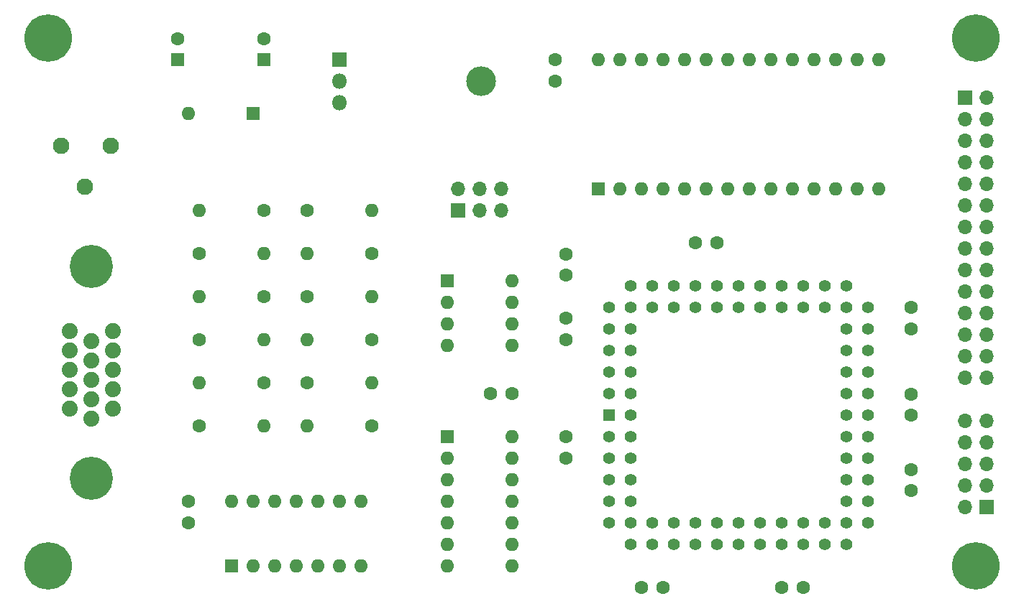
<source format=gbr>
G04 #@! TF.GenerationSoftware,KiCad,Pcbnew,(5.1.9)-1*
G04 #@! TF.CreationDate,2021-09-19T00:14:35-05:00*
G04 #@! TF.ProjectId,atmel_vga,61746d65-6c5f-4766-9761-2e6b69636164,rev?*
G04 #@! TF.SameCoordinates,Original*
G04 #@! TF.FileFunction,Soldermask,Bot*
G04 #@! TF.FilePolarity,Negative*
%FSLAX46Y46*%
G04 Gerber Fmt 4.6, Leading zero omitted, Abs format (unit mm)*
G04 Created by KiCad (PCBNEW (5.1.9)-1) date 2021-09-19 00:14:35*
%MOMM*%
%LPD*%
G01*
G04 APERTURE LIST*
%ADD10O,1.600000X1.600000*%
%ADD11R,1.600000X1.600000*%
%ADD12O,1.700000X1.700000*%
%ADD13R,1.700000X1.700000*%
%ADD14C,1.397000*%
%ADD15R,1.397000X1.397000*%
%ADD16C,1.600000*%
%ADD17O,1.800000X1.800000*%
%ADD18R,1.800000X1.800000*%
%ADD19O,3.500000X3.500000*%
%ADD20C,1.948180*%
%ADD21C,1.879600*%
%ADD22C,5.080000*%
%ADD23C,5.600000*%
G04 APERTURE END LIST*
D10*
X153670000Y-76200000D03*
X186690000Y-91440000D03*
X156210000Y-76200000D03*
X184150000Y-91440000D03*
X158750000Y-76200000D03*
X181610000Y-91440000D03*
X161290000Y-76200000D03*
X179070000Y-91440000D03*
X163830000Y-76200000D03*
X176530000Y-91440000D03*
X166370000Y-76200000D03*
X173990000Y-91440000D03*
X168910000Y-76200000D03*
X171450000Y-91440000D03*
X171450000Y-76200000D03*
X168910000Y-91440000D03*
X173990000Y-76200000D03*
X166370000Y-91440000D03*
X176530000Y-76200000D03*
X163830000Y-91440000D03*
X179070000Y-76200000D03*
X161290000Y-91440000D03*
X181610000Y-76200000D03*
X158750000Y-91440000D03*
X184150000Y-76200000D03*
X156210000Y-91440000D03*
X186690000Y-76200000D03*
D11*
X153670000Y-91440000D03*
D12*
X142240000Y-91440000D03*
X142240000Y-93980000D03*
X139700000Y-91440000D03*
X139700000Y-93980000D03*
X137160000Y-91440000D03*
D13*
X137160000Y-93980000D03*
D12*
X199390000Y-113665000D03*
X196850000Y-113665000D03*
X199390000Y-111125000D03*
X196850000Y-111125000D03*
X199390000Y-108585000D03*
X196850000Y-108585000D03*
X199390000Y-106045000D03*
X196850000Y-106045000D03*
X199390000Y-103505000D03*
X196850000Y-103505000D03*
X199390000Y-100965000D03*
X196850000Y-100965000D03*
X199390000Y-98425000D03*
X196850000Y-98425000D03*
X199390000Y-95885000D03*
X196850000Y-95885000D03*
X199390000Y-93345000D03*
X196850000Y-93345000D03*
X199390000Y-90805000D03*
X196850000Y-90805000D03*
X199390000Y-88265000D03*
X196850000Y-88265000D03*
X199390000Y-85725000D03*
X196850000Y-85725000D03*
X199390000Y-83185000D03*
X196850000Y-83185000D03*
X199390000Y-80645000D03*
D13*
X196850000Y-80645000D03*
D14*
X157480000Y-115570000D03*
X154940000Y-115570000D03*
X157480000Y-113030000D03*
X154940000Y-113030000D03*
X157480000Y-110490000D03*
X154940000Y-110490000D03*
X157480000Y-107950000D03*
X154940000Y-107950000D03*
X157480000Y-105410000D03*
X154940000Y-105410000D03*
X157480000Y-102870000D03*
X160020000Y-105410000D03*
X160020000Y-102870000D03*
X162560000Y-105410000D03*
X162560000Y-102870000D03*
X165100000Y-105410000D03*
X165100000Y-102870000D03*
X167640000Y-105410000D03*
X167640000Y-102870000D03*
X170180000Y-105410000D03*
X170180000Y-102870000D03*
X172720000Y-105410000D03*
X172720000Y-102870000D03*
X175260000Y-105410000D03*
X175260000Y-102870000D03*
X177800000Y-105410000D03*
X177800000Y-102870000D03*
X180340000Y-105410000D03*
X180340000Y-102870000D03*
X182880000Y-105410000D03*
X182880000Y-102870000D03*
X185420000Y-105410000D03*
X182880000Y-107950000D03*
X185420000Y-107950000D03*
X182880000Y-110490000D03*
X185420000Y-110490000D03*
X182880000Y-113030000D03*
X185420000Y-113030000D03*
X182880000Y-115570000D03*
X185420000Y-115570000D03*
X182880000Y-118110000D03*
X185420000Y-118110000D03*
X182880000Y-120650000D03*
X185420000Y-120650000D03*
X182880000Y-123190000D03*
X185420000Y-123190000D03*
X182880000Y-125730000D03*
X185420000Y-125730000D03*
X182880000Y-128270000D03*
X185420000Y-128270000D03*
X182880000Y-130810000D03*
X185420000Y-130810000D03*
X182880000Y-133350000D03*
X180340000Y-130810000D03*
X180340000Y-133350000D03*
X177800000Y-130810000D03*
X177800000Y-133350000D03*
X175260000Y-130810000D03*
X175260000Y-133350000D03*
X172720000Y-130810000D03*
X172720000Y-133350000D03*
X170180000Y-130810000D03*
X170180000Y-133350000D03*
X167640000Y-130810000D03*
X167640000Y-133350000D03*
X165100000Y-130810000D03*
X165100000Y-133350000D03*
X162560000Y-130810000D03*
X162560000Y-133350000D03*
X160020000Y-130810000D03*
X160020000Y-133350000D03*
X157480000Y-130810000D03*
X157480000Y-133350000D03*
X154940000Y-130810000D03*
X157480000Y-128270000D03*
X154940000Y-128270000D03*
X157480000Y-125730000D03*
X154940000Y-125730000D03*
X157480000Y-123190000D03*
X154940000Y-123190000D03*
X157480000Y-120650000D03*
X154940000Y-120650000D03*
X157480000Y-118110000D03*
D15*
X154940000Y-118110000D03*
D12*
X196850000Y-118745000D03*
X199390000Y-118745000D03*
X196850000Y-121285000D03*
X199390000Y-121285000D03*
X196850000Y-123825000D03*
X199390000Y-123825000D03*
X196850000Y-126365000D03*
X199390000Y-126365000D03*
X196850000Y-128905000D03*
D13*
X199390000Y-128905000D03*
D16*
X190500000Y-115610000D03*
X190500000Y-118110000D03*
X190500000Y-124500000D03*
X190500000Y-127000000D03*
X149860000Y-109180000D03*
X149860000Y-106680000D03*
X149860000Y-123150000D03*
X149860000Y-120650000D03*
X190500000Y-107910000D03*
X190500000Y-105410000D03*
X165140000Y-97790000D03*
X167640000Y-97790000D03*
X161250000Y-138430000D03*
X158750000Y-138430000D03*
X177760000Y-138430000D03*
X175260000Y-138430000D03*
X105410000Y-130770000D03*
X105410000Y-128270000D03*
X141010000Y-115570000D03*
X143510000Y-115570000D03*
X149860000Y-99100000D03*
X149860000Y-101600000D03*
X148590000Y-78700000D03*
X148590000Y-76200000D03*
X114300000Y-73700000D03*
D11*
X114300000Y-76200000D03*
D16*
X104140000Y-73700000D03*
D11*
X104140000Y-76200000D03*
D10*
X143510000Y-102235000D03*
X135890000Y-109855000D03*
X143510000Y-104775000D03*
X135890000Y-107315000D03*
X143510000Y-107315000D03*
X135890000Y-104775000D03*
X143510000Y-109855000D03*
D11*
X135890000Y-102235000D03*
D10*
X106680000Y-114300000D03*
D16*
X114300000Y-114300000D03*
D10*
X119380000Y-119380000D03*
D16*
X127000000Y-119380000D03*
D10*
X106680000Y-104140000D03*
D16*
X114300000Y-104140000D03*
X127000000Y-109220000D03*
D10*
X119380000Y-109220000D03*
D16*
X114300000Y-93980000D03*
D10*
X106680000Y-93980000D03*
X119380000Y-99060000D03*
D16*
X127000000Y-99060000D03*
X106680000Y-119380000D03*
D10*
X114300000Y-119380000D03*
X114300000Y-109220000D03*
D16*
X106680000Y-109220000D03*
X106680000Y-99060000D03*
D10*
X114300000Y-99060000D03*
D16*
X119380000Y-114300000D03*
D10*
X127000000Y-114300000D03*
D16*
X119380000Y-104140000D03*
D10*
X127000000Y-104140000D03*
X127000000Y-93980000D03*
D16*
X119380000Y-93980000D03*
D10*
X143510000Y-120650000D03*
X135890000Y-135890000D03*
X143510000Y-123190000D03*
X135890000Y-133350000D03*
X143510000Y-125730000D03*
X135890000Y-130810000D03*
X143510000Y-128270000D03*
X135890000Y-128270000D03*
X143510000Y-130810000D03*
X135890000Y-125730000D03*
X143510000Y-133350000D03*
X135890000Y-123190000D03*
X143510000Y-135890000D03*
D11*
X135890000Y-120650000D03*
D17*
X123190000Y-81280000D03*
X123190000Y-78740000D03*
D18*
X123190000Y-76200000D03*
D19*
X139850000Y-78740000D03*
D20*
X90449400Y-86360000D03*
X93248480Y-91158060D03*
X96248220Y-86360000D03*
D21*
X96520000Y-117348000D03*
X96520000Y-115059460D03*
X96520000Y-112770920D03*
X96520000Y-110482380D03*
X96520000Y-108191300D03*
X93980000Y-118488460D03*
X93980000Y-116199920D03*
X93980000Y-113908840D03*
X93980000Y-111620300D03*
X93980000Y-109331760D03*
X91440000Y-117348000D03*
X91440000Y-115059460D03*
X91440000Y-112770920D03*
X91440000Y-110482380D03*
X91440000Y-108191300D03*
D22*
X93980000Y-125529340D03*
X93980000Y-100530660D03*
D10*
X110490000Y-128270000D03*
X125730000Y-135890000D03*
X113030000Y-128270000D03*
X123190000Y-135890000D03*
X115570000Y-128270000D03*
X120650000Y-135890000D03*
X118110000Y-128270000D03*
X118110000Y-135890000D03*
X120650000Y-128270000D03*
X115570000Y-135890000D03*
X123190000Y-128270000D03*
X113030000Y-135890000D03*
X125730000Y-128270000D03*
D11*
X110490000Y-135890000D03*
D23*
X88900000Y-73660000D03*
X198120000Y-73660000D03*
X88900000Y-135890000D03*
X198120000Y-135890000D03*
D10*
X105410000Y-82550000D03*
D11*
X113030000Y-82550000D03*
M02*

</source>
